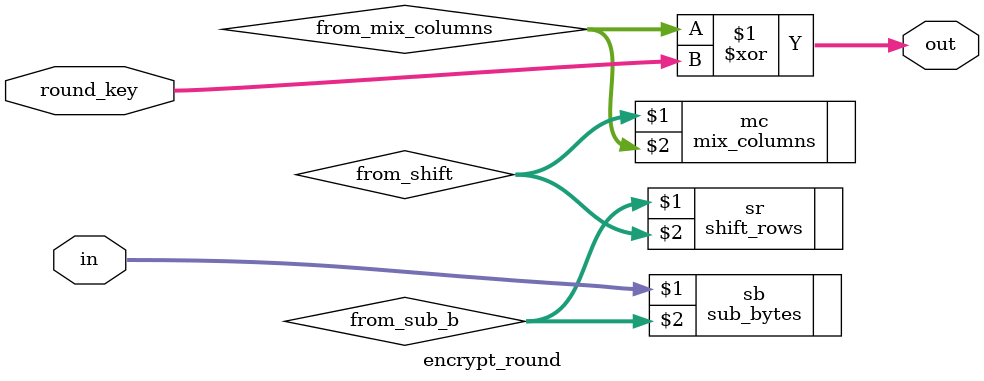
<source format=sv>
`timescale 1ns / 1ps


module encrypt_round(
    input [127:0] in,
    input [127:0] round_key,
    output [127:0] out
    );
    
    wire [127:0] from_sub_b;
    sub_bytes sb(in, from_sub_b);
    
    wire [127:0] from_shift;
    shift_rows sr(from_sub_b, from_shift);
    
    wire [127:0] from_mix_columns;
    mix_columns mc(from_shift, from_mix_columns);
    
    assign out = from_mix_columns ^ round_key;
    
endmodule

</source>
